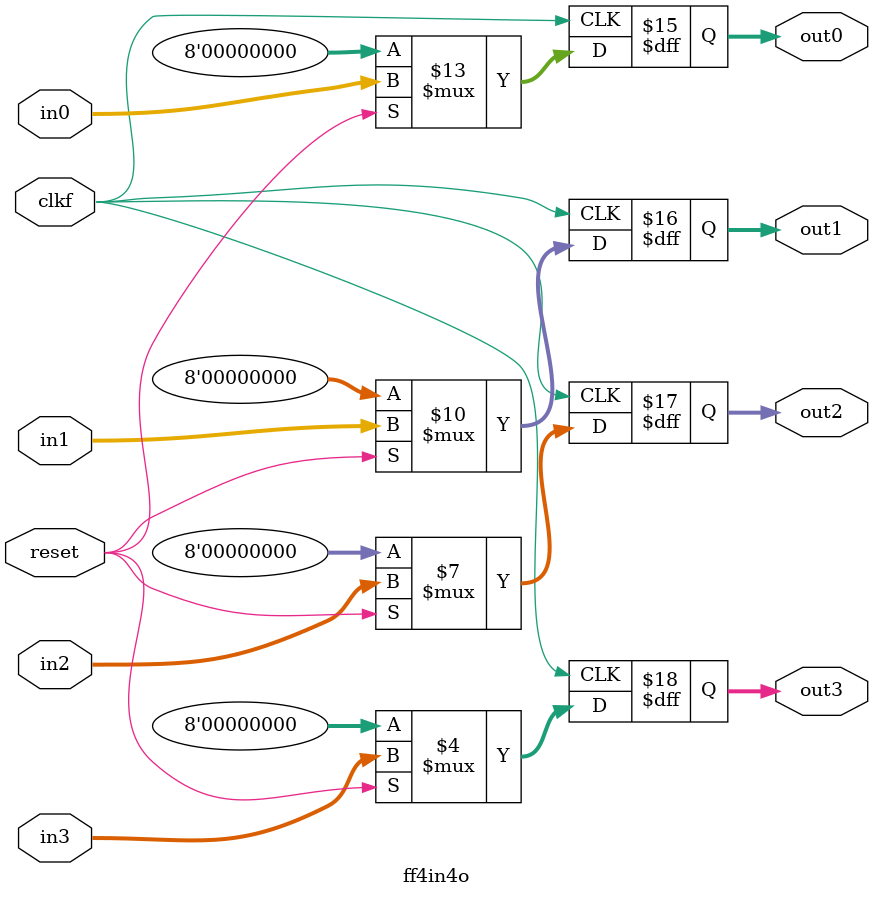
<source format=v>


  module ff4in4o(
      input wire clkf,
      input wire reset,
      // Inputs, are 4
      input wire [7:0] in0,
      input wire [7:0] in1,
      input wire [7:0] in2,
      input wire [7:0] in3,
      // Outputs, are 4
      output reg [7:0] out0,
      output reg [7:0] out1,
      output reg [7:0] out2,
      output reg [7:0] out3
  );
  // Each positive edge of the clock make these changes
  always @(posedge clkf)
  //If this happens on a positive edge of the clock, make the following changes for the next clock edge
  begin
    // Reset synchronous
    if (reset == 0) // If reset in LOW nonblobking assing zero
    begin
      out0 <= 0;
      out1 <= 0;
      out2 <= 0;
      out3 <= 0;
    end // end if
    else begin // reset  == 1
      out0 <= in0;
      out1 <= in1;
      out2 <= in2;
      out3 <= in3;
    end // end else
  end // end always posedge clk

endmodule

</source>
